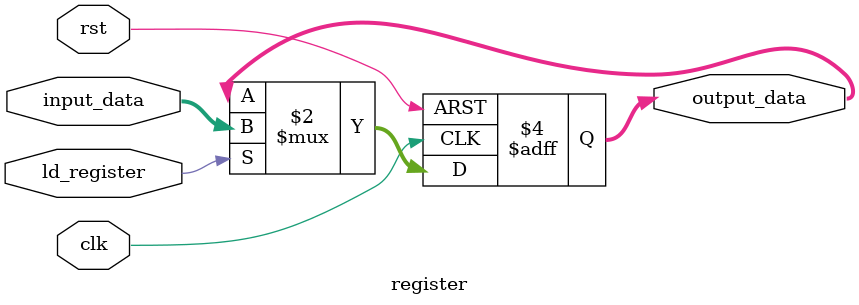
<source format=v>
`timescale 1ns/1ps
module register (
    input rst,
    input clk,
    input ld_register,
    input [15:0] input_data,
    output reg [15:0] output_data
);

always @(posedge(clk) or posedge(rst)) begin
    if(rst) begin
        output_data <= 16'b0; // Reset the register to 0
    end 
    else if(ld_register) begin
        output_data <= input_data; // Store the input data in the register
    end
end
    
endmodule
</source>
